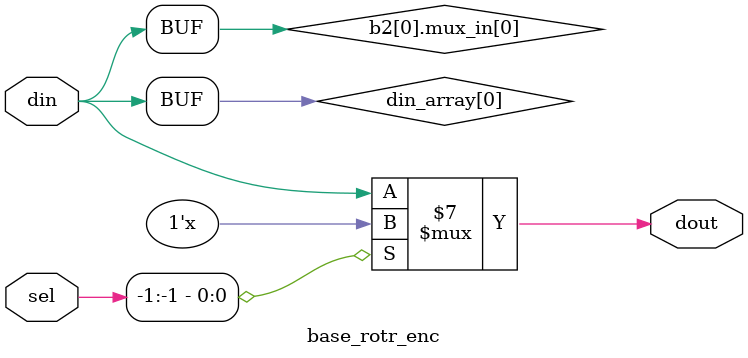
<source format=sv>
/*
 * Copyright 2017 IBM Corporation
 * Licensed to the Apache Software Foundation (ASF) under one
 * or more contributor license agreements.  See the NOTICE file
 * distributed with this work for additional information
 * regarding copyright ownership.  The ASF licenses this file
 * to you under the Apache License, Version 2.0 (the
 * "License"); you may not use this file except in compliance
 * with the License.  You may obtain a copy of the License at
 *
 *     http://www.apache.org/licenses/LICENSE-2.0
 *
 * Unless required by applicable law or agreed to in writing, software
 * distributed under the License is distributed on an "AS IS" BASIS,
 * WITHOUT WARRANTIES OR CONDITIONS OF ANY KIND, either express or implied.
 * See the License for the specific language governing permissions and
 * limitations under the License.
 *
 * Author: Andrew K Martin akmartin@us.ibm.com
 */
 
module base_rotr_enc#
  (parameter width=1,
   parameter ways=1,
   parameter oways=ways,
   parameter sel_width=$clog2(ways)
   )
   (input [ways*width-1:0] din,
    output [oways*width-1:0] dout,
    input [0:sel_width-1]    sel
    );

   genvar 		     i;
   genvar 		     j;
   wire [width-1:0] 	     din_array[ways-1:0];
   generate
      for(i=0; i<ways; i=i+1)
	begin : b1
	   assign din_array[i] = din[(i+1)*width-1:i*width];
	end

      for(i=0; i<oways; i=i+1)  // for each output lane
	begin : b2
	   wire [width-1:0] mux_in[ways-1:0];
	   
	   for(j=0; j<ways-i; j=j+1)
	     begin : b3
		assign mux_in[j] = din_array[j+i];
	     end

	   
	   for(j=ways-i; j<ways; j=j+1)
	     begin : b4
		assign mux_in[j] = din_array[j+i-ways];
	     end
	   
	   assign dout[(i+1)*width-1:i*width] = mux_in[sel];
	end
   endgenerate
endmodule // base_rotr_enc

</source>
